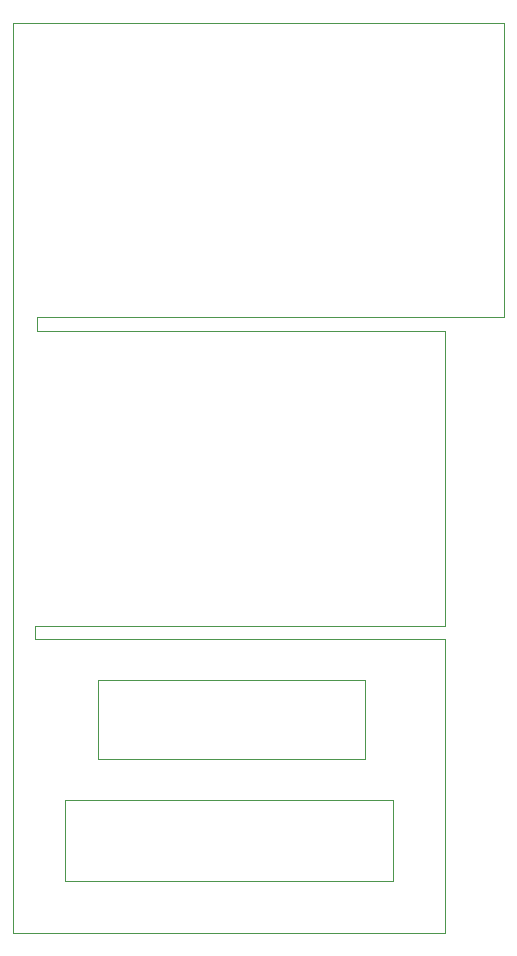
<source format=gbr>
%TF.GenerationSoftware,KiCad,Pcbnew,(6.0.2)*%
%TF.CreationDate,2022-03-09T20:11:30-08:00*%
%TF.ProjectId,IFLFU-test-all,49464c46-552d-4746-9573-742d616c6c2e,rev?*%
%TF.SameCoordinates,Original*%
%TF.FileFunction,Profile,NP*%
%FSLAX46Y46*%
G04 Gerber Fmt 4.6, Leading zero omitted, Abs format (unit mm)*
G04 Created by KiCad (PCBNEW (6.0.2)) date 2022-03-09 20:11:30*
%MOMM*%
%LPD*%
G01*
G04 APERTURE LIST*
%TA.AperFunction,Profile*%
%ADD10C,0.100000*%
%TD*%
G04 APERTURE END LIST*
D10*
X61600000Y-44900000D02*
X22000000Y-44900000D01*
X22000000Y-44900000D02*
X22000000Y-46100000D01*
X22000000Y-46100000D02*
X56600000Y-46100000D01*
X56600000Y-46100000D02*
X56600000Y-71000000D01*
X56600000Y-71000000D02*
X21900000Y-71000000D01*
X21900000Y-71000000D02*
X21900000Y-72100000D01*
X21900000Y-72100000D02*
X56600000Y-72100000D01*
X56600000Y-72100000D02*
X56600000Y-97000000D01*
X56600000Y-97000000D02*
X20000000Y-97000000D01*
X20000000Y-97000000D02*
X20000000Y-20000000D01*
X20000000Y-20000000D02*
X61600000Y-20000000D01*
X61600000Y-20000000D02*
X61600000Y-44900000D01*
X24400000Y-85800000D02*
X52200000Y-85800000D01*
X52200000Y-85800000D02*
X52200000Y-92600000D01*
X52200000Y-92600000D02*
X24400000Y-92600000D01*
X24400000Y-92600000D02*
X24400000Y-85800000D01*
X27200000Y-75600000D02*
X49800000Y-75600000D01*
X49800000Y-75600000D02*
X49800000Y-82300000D01*
X49800000Y-82300000D02*
X27200000Y-82300000D01*
X27200000Y-82300000D02*
X27200000Y-75600000D01*
M02*

</source>
